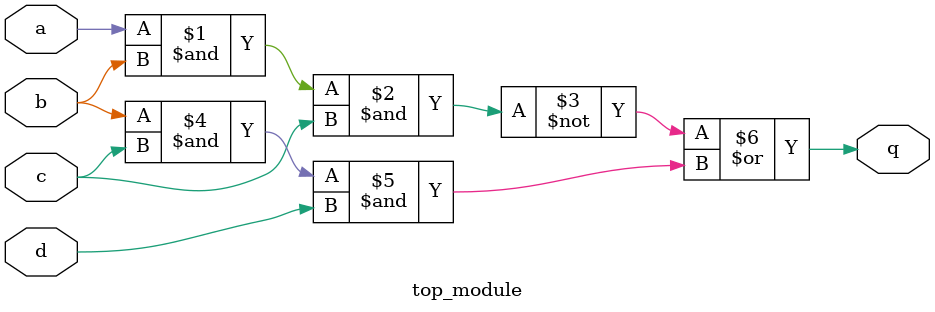
<source format=sv>
module top_module (
    input a,
    input b,
    input c,
    input d,
    output q
);

    assign q = ~(a & b & c) | (b & c & d);

endmodule

</source>
